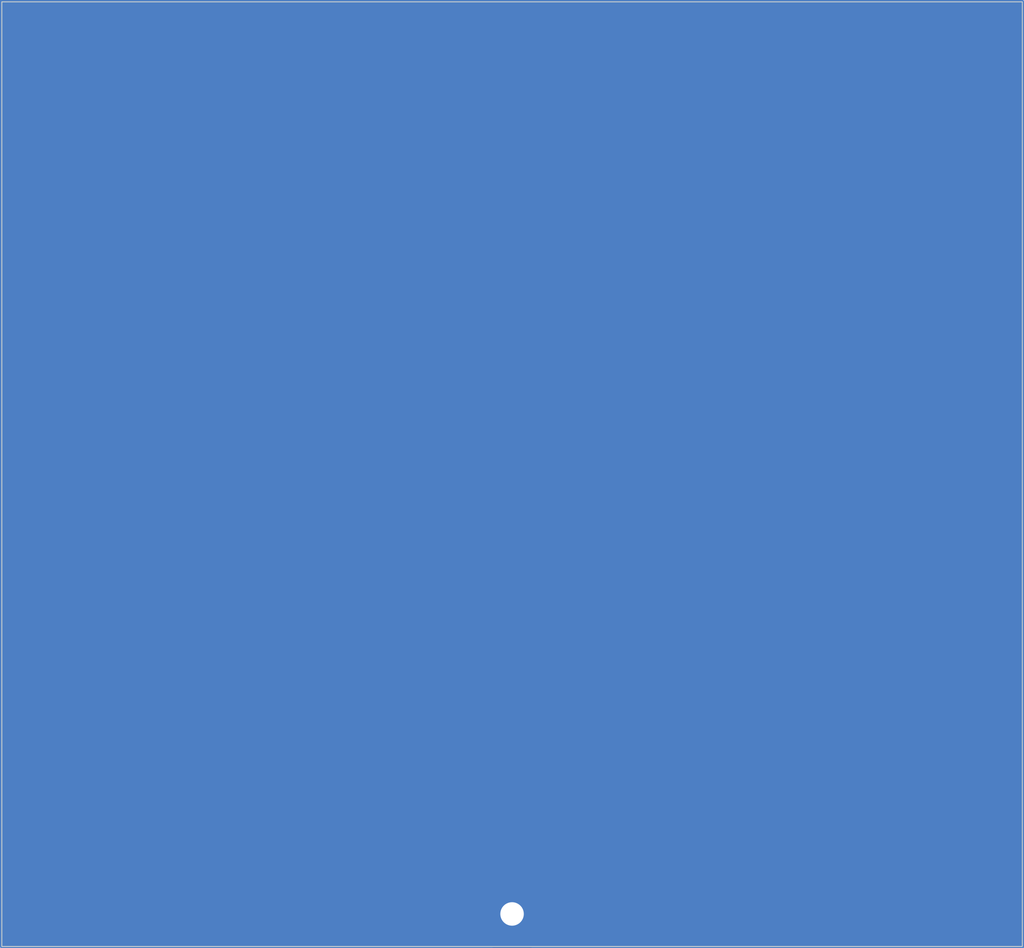
<source format=kicad_pcb>
(kicad_pcb
	(version 20241229)
	(generator "pcbnew")
	(generator_version "9.0")
	(general
		(thickness 1.6)
		(legacy_teardrops no)
	)
	(paper "A4")
	(layers
		(0 "F.Cu" signal)
		(2 "B.Cu" signal)
		(9 "F.Adhes" user "F.Adhesive")
		(11 "B.Adhes" user "B.Adhesive")
		(13 "F.Paste" user)
		(15 "B.Paste" user)
		(5 "F.SilkS" user "F.Silkscreen")
		(7 "B.SilkS" user "B.Silkscreen")
		(1 "F.Mask" user)
		(3 "B.Mask" user)
		(17 "Dwgs.User" user "User.Drawings")
		(19 "Cmts.User" user "User.Comments")
		(21 "Eco1.User" user "User.Eco1")
		(23 "Eco2.User" user "User.Eco2")
		(25 "Edge.Cuts" user)
		(27 "Margin" user)
		(31 "F.CrtYd" user "F.Courtyard")
		(29 "B.CrtYd" user "B.Courtyard")
		(35 "F.Fab" user)
		(33 "B.Fab" user)
		(39 "User.1" user)
		(41 "User.2" user)
		(43 "User.3" user)
		(45 "User.4" user)
	)
	(setup
		(pad_to_mask_clearance 0)
		(allow_soldermask_bridges_in_footprints no)
		(tenting front back)
		(pcbplotparams
			(layerselection 0x00000000_00000000_55555555_5755555d)
			(plot_on_all_layers_selection 0x00000000_00000000_00000000_00000000)
			(disableapertmacros no)
			(usegerberextensions no)
			(usegerberattributes yes)
			(usegerberadvancedattributes yes)
			(creategerberjobfile yes)
			(dashed_line_dash_ratio 12.000000)
			(dashed_line_gap_ratio 3.000000)
			(svgprecision 4)
			(plotframeref no)
			(mode 1)
			(useauxorigin no)
			(hpglpennumber 1)
			(hpglpenspeed 20)
			(hpglpendiameter 15.000000)
			(pdf_front_fp_property_popups yes)
			(pdf_back_fp_property_popups yes)
			(pdf_metadata yes)
			(pdf_single_document no)
			(dxfpolygonmode yes)
			(dxfimperialunits yes)
			(dxfusepcbnewfont yes)
			(psnegative no)
			(psa4output no)
			(plot_black_and_white yes)
			(plotinvisibletext no)
			(sketchpadsonfab no)
			(plotpadnumbers no)
			(hidednponfab no)
			(sketchdnponfab yes)
			(crossoutdnponfab yes)
			(subtractmaskfromsilk no)
			(outputformat 1)
			(mirror no)
			(drillshape 0)
			(scaleselection 1)
			(outputdirectory "../../../gerberfiles 4antenna/")
		)
	)
	(net 0 "")
	(net 1 "ground")
	(gr_line
		(start 84.5 58.5)
		(end 119.3 58.5)
		(stroke
			(width 0.2)
			(type solid)
		)
		(layer "F.Cu")
		(uuid "0396e4d3-15a0-48f8-aae8-643fa08f91f0")
	)
	(gr_line
		(start 84.5 87.1)
		(end 99.9 87.1)
		(stroke
			(width 0.2)
			(type solid)
		)
		(layer "F.Cu")
		(uuid "0eccdc0d-fe32-4b13-a94f-affe0df35399")
	)
	(gr_line
		(start 100.9 77.3)
		(end 100.9 95.8)
		(stroke
			(width 0.2)
			(type solid)
		)
		(layer "F.Cu")
		(uuid "16df2689-fb02-4de7-9d20-5d92f52949dd")
	)
	(gr_line
		(start 99.9 77.3)
		(end 100.9 77.3)
		(stroke
			(width 0.2)
			(type solid)
		)
		(layer "F.Cu")
		(uuid "307008d9-7111-45ce-9086-e1d4abfd9b02")
	)
	(gr_line
		(start 102.9 95.8)
		(end 102.9 77.3)
		(stroke
			(width 0.2)
			(type solid)
		)
		(layer "F.Cu")
		(uuid "3aa17c85-7d5d-49dc-90ed-987b3ec747f3")
	)
	(gr_poly
		(pts
			(xy 84.5 58.5) (xy 84.5 87.1) (xy 99.9 87.1) (xy 99.9 77.3) (xy 100.9 77.3) (xy 100.9 95.8) (xy 102.9 95.8)
			(xy 102.9 77.3) (xy 103.9 77.3) (xy 103.9 87.1) (xy 119.3 87.1) (xy 119.3 58.5)
		)
		(stroke
			(width 0.2)
			(type solid)
		)
		(fill yes)
		(layer "F.Cu")
		(uuid "3e5cc108-7a73-4146-80eb-9b6f81d2b248")
	)
	(gr_line
		(start 102.9 77.3)
		(end 103.9 77.3)
		(stroke
			(width 0.2)
			(type solid)
		)
		(layer "F.Cu")
		(uuid "76f6540d-be31-483e-bd16-fb1fdd717f1b")
	)
	(gr_line
		(start 84.5 58.5)
		(end 84.5 87.1)
		(stroke
			(width 0.2)
			(type solid)
		)
		(layer "F.Cu")
		(uuid "7d03d9e2-ee6f-4501-af0c-a696bc7d3203")
	)
	(gr_line
		(start 99.9 87.1)
		(end 99.9 77.3)
		(stroke
			(width 0.2)
			(type solid)
		)
		(layer "F.Cu")
		(uuid "90bb6338-5329-471f-ada3-46bd0bfa2b7a")
	)
	(gr_line
		(start 100.9 95.8)
		(end 102.9 95.8)
		(stroke
			(width 0.2)
			(type solid)
		)
		(layer "F.Cu")
		(uuid "a474a0f3-5574-40cb-ae36-515ebcc8f175")
	)
	(gr_line
		(start 119.3 58.5)
		(end 119.3 87.1)
		(stroke
			(width 0.2)
			(type solid)
		)
		(layer "F.Cu")
		(uuid "d0bb27a5-ea51-45c6-b7fd-cb86865beb11")
	)
	(gr_line
		(start 103.9 77.3)
		(end 103.9 87.1)
		(stroke
			(width 0.2)
			(type default)
		)
		(layer "F.Cu")
		(uuid "decd207c-8019-4a96-9217-a8ce8a0196cc")
	)
	(gr_line
		(start 119.3 87.1)
		(end 103.9 87.1)
		(stroke
			(width 0.2)
			(type solid)
		)
		(layer "F.Cu")
		(uuid "faf5160d-7f73-43e3-b646-7de37daf5719")
	)
	(gr_line
		(start 103.4 77.3)
		(end 103.9 77.3)
		(stroke
			(width 0.2)
			(type default)
		)
		(layer "F.Cu")
		(uuid "fbb618af-b9af-4e5f-9b7b-6af866a34b5b")
	)
	(gr_poly
		(pts
			(xy 73.65 43.5) (xy 130.15 43.5) (xy 130.15 95.8) (xy 73.65 95.8)
		)
		(stroke
			(width 0.2)
			(type solid)
		)
		(fill yes)
		(layer "B.Cu")
		(uuid "b6e6a34c-978f-4496-9c07-9ed100e5a300")
	)
	(gr_rect
		(start 73.65 43.5)
		(end 130.15 95.8)
		(stroke
			(width 0.2)
			(type default)
		)
		(fill no)
		(layer "B.Cu")
		(uuid "e730c845-7259-4c6c-80fb-4e447e35b7e0")
	)
	(gr_rect
		(start 73.65 43.5)
		(end 130.15 95.8)
		(stroke
			(width 0.05)
			(type solid)
		)
		(fill no)
		(layer "Edge.Cuts")
		(uuid "8f9e14fe-09be-4373-a2c3-caf835b8c110")
	)
	(via
		(at 101.9 94)
		(size 1.4)
		(drill 1.3)
		(layers "F.Cu" "B.Cu")
		(net 0)
		(uuid "492ba4a8-934c-4c27-91c2-4246b86de45a")
	)
	(zone
		(net 0)
		(net_name "")
		(layer "B.Cu")
		(uuid "57cbaf08-8eb3-4065-b748-37487340d272")
		(name "GND")
		(hatch edge 0.5)
		(connect_pads
			(clearance 0)
		)
		(min_thickness 0.25)
		(filled_areas_thickness no)
		(fill
			(thermal_gap 0.5)
			(thermal_bridge_width 0.5)
			(island_removal_mode 1)
			(island_area_min 10)
		)
		(polygon
			(pts
				(xy 73.65 43.5) (xy 73.65 95.8) (xy 130.15 95.8) (xy 130.15 43.5)
			)
		)
	)
	(zone
		(net 1)
		(net_name "ground")
		(layer "B.Cu")
		(uuid "60f3d840-5ef1-412c-95ab-ccb5f9577183")
		(name "GND")
		(hatch edge 0.5)
		(priority 4)
		(connect_pads
			(clearance 0)
		)
		(min_thickness 0.25)
		(filled_areas_thickness no)
		(fill
			(thermal_gap 0.5)
			(thermal_bridge_width 0.5)
			(island_removal_mode 1)
			(island_area_min 10)
		)
		(polygon
			(pts
				(xy 73.65 43.5) (xy 73.65 95.8) (xy 130.15 95.8) (xy 130.15 43.5)
			)
		)
	)
	(zone
		(net 1)
		(net_name "ground")
		(layer "B.Cu")
		(uuid "b9cb78a6-b130-4ce0-b345-56fa907c8069")
		(name "GND")
		(hatch edge 0.5)
		(priority 2)
		(connect_pads
			(clearance 0)
		)
		(min_thickness 0.25)
		(filled_areas_thickness no)
		(fill
			(thermal_gap 0.5)
			(thermal_bridge_width 0.5)
			(island_removal_mode 1)
			(island_area_min 10)
		)
		(polygon
			(pts
				(xy 73.65 43.5) (xy 130.15 43.5) (xy 130.15 95.8) (xy 73.65 95.8)
			)
		)
	)
	(zone
		(net 0)
		(net_name "")
		(layer "B.Cu")
		(uuid "bb640802-e89d-48cb-aeb8-9afcd3e2b6ac")
		(name "GND")
		(hatch edge 0.5)
		(priority 3)
		(connect_pads
			(clearance 0)
		)
		(min_thickness 0.25)
		(filled_areas_thickness no)
		(fill
			(thermal_gap 0.5)
			(thermal_bridge_width 0.5)
			(island_removal_mode 1)
			(island_area_min 10)
		)
		(polygon
			(pts
				(xy 73.65 43.5) (xy 130.15 43.5) (xy 130.15 95.8) (xy 73.65 95.8)
			)
		)
	)
	(zone
		(net 0)
		(net_name "")
		(layer "B.Cu")
		(uuid "fc73f27e-1758-488d-ba50-d9bf07d47d41")
		(name "GND")
		(hatch edge 0.5)
		(priority 1)
		(connect_pads
			(clearance 0)
		)
		(min_thickness 0.25)
		(filled_areas_thickness no)
		(fill
			(thermal_gap 0.5)
			(thermal_bridge_width 0.5)
			(island_removal_mode 1)
			(island_area_min 10)
		)
		(polygon
			(pts
				(xy 73.65 43.5) (xy 130.15 43.5) (xy 130.15 95.8) (xy 73.65 95.8)
			)
		)
	)
	(embedded_fonts no)
)

</source>
